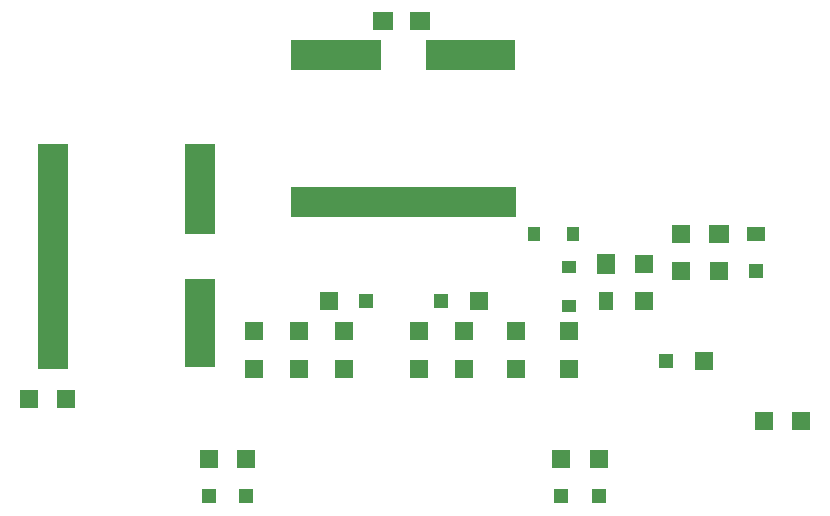
<source format=gtp>
*%FSLAX24Y24*%
*%MOIN*%
G01*
%ADD11C,0.0000*%
%ADD12C,0.0040*%
%ADD13C,0.0050*%
%ADD14C,0.0060*%
%ADD15C,0.0073*%
%ADD16C,0.0080*%
%ADD17C,0.0100*%
%ADD18C,0.0120*%
%ADD19C,0.0160*%
%ADD20C,0.0200*%
%ADD21C,0.0200*%
%ADD22C,0.0240*%
%ADD23C,0.0250*%
%ADD24C,0.0300*%
%ADD25C,0.0320*%
%ADD26C,0.0340*%
%ADD27C,0.0360*%
%ADD28C,0.0394*%
%ADD29C,0.0400*%
%ADD30C,0.0434*%
%ADD31C,0.0480*%
%ADD32C,0.0500*%
%ADD33C,0.0520*%
%ADD34C,0.0560*%
%ADD35C,0.0620*%
%ADD36C,0.0650*%
%ADD37C,0.0660*%
%ADD38C,0.0670*%
%ADD39C,0.0680*%
%ADD40C,0.0700*%
%ADD41C,0.0740*%
%ADD42C,0.0827*%
%ADD43C,0.0850*%
%ADD44C,0.0870*%
%ADD45C,0.1000*%
%ADD46C,0.1040*%
%ADD47C,0.1250*%
%ADD48C,0.1600*%
%ADD49C,0.1640*%
%ADD50C,0.2250*%
%ADD51R,0.0400X0.0400*%
%ADD52R,0.0400X0.0500*%
%ADD53R,0.0440X0.0540*%
%ADD54R,0.0450X0.0300*%
%ADD55R,0.0500X0.0400*%
%ADD56R,0.0500X0.0500*%
%ADD57R,0.0500X0.0600*%
%ADD58R,0.0540X0.0440*%
%ADD59R,0.0600X0.0500*%
%ADD60R,0.0600X0.0600*%
%ADD61R,0.0600X0.0700*%
%ADD62R,0.0640X0.0640*%
%ADD63R,0.0640X0.0740*%
%ADD64R,0.0700X0.0600*%
%ADD65R,0.0700X0.0700*%
%ADD66R,0.0740X0.0640*%
%ADD67R,0.0740X0.0740*%
%ADD68R,0.1000X0.1000*%
%ADD69R,0.1000X0.1000*%
%ADD70R,0.1040X0.1040*%
D52*
X43820Y41620D02*
D03*
X45120D02*
D03*
D55*
X44970Y39220D02*
D03*
Y40520D02*
D03*
D56*
X39970Y37120D02*
D03*
Y38370D02*
D03*
X41470Y37120D02*
D03*
Y38370D02*
D03*
X43220Y37120D02*
D03*
Y38370D02*
D03*
X44970Y37120D02*
D03*
Y38370D02*
D03*
X47470Y40620D02*
D03*
Y39370D02*
D03*
X48720Y41620D02*
D03*
Y40370D02*
D03*
X49970D02*
D03*
X51220D02*
D03*
X51470Y35370D02*
D03*
X52720D02*
D03*
X45970Y34120D02*
D03*
Y32870D02*
D03*
X44720Y34120D02*
D03*
Y32870D02*
D03*
X41970Y39370D02*
D03*
X40720D02*
D03*
X36970D02*
D03*
X38220D02*
D03*
X37470Y37120D02*
D03*
Y38370D02*
D03*
X48220Y37370D02*
D03*
X49470D02*
D03*
X28220Y36120D02*
D03*
X26970D02*
D03*
X32970Y34120D02*
D03*
Y32870D02*
D03*
X34220Y34120D02*
D03*
Y32870D02*
D03*
X35970Y37120D02*
D03*
Y38370D02*
D03*
X34470Y37120D02*
D03*
Y38370D02*
D03*
D57*
X46220Y40620D02*
D03*
Y39370D02*
D03*
D59*
X38770Y48720D02*
D03*
X40020D02*
D03*
X49970Y41620D02*
D03*
X51220D02*
D03*
D60*
X39970Y38370D02*
D03*
Y37120D02*
D03*
X41470Y38370D02*
D03*
Y37120D02*
D03*
X43220Y38370D02*
D03*
Y37120D02*
D03*
X44970Y38370D02*
D03*
Y37120D02*
D03*
X47470Y39370D02*
D03*
Y40620D02*
D03*
X48720Y40370D02*
D03*
Y41620D02*
D03*
X49970Y40370D02*
D03*
X52720Y35370D02*
D03*
X51470D02*
D03*
X45970Y34120D02*
D03*
X44720D02*
D03*
X41970Y39370D02*
D03*
X36970D02*
D03*
X37470Y38370D02*
D03*
Y37120D02*
D03*
X49470Y37370D02*
D03*
X26970Y36120D02*
D03*
X28220D02*
D03*
X32970Y34120D02*
D03*
X34220D02*
D03*
X35970Y38370D02*
D03*
Y37120D02*
D03*
X34470Y38370D02*
D03*
Y37120D02*
D03*
D61*
X46220Y40620D02*
D03*
D64*
X38770Y48720D02*
D03*
X40020D02*
D03*
X49970Y41620D02*
D03*
D69*
X42670Y47570D02*
X40720D01*
X38220D02*
X36220D01*
Y42670D02*
X38970D01*
X39970D02*
X42720D01*
X32670Y39620D02*
Y37670D01*
Y42120D02*
Y44120D01*
X27770D02*
Y41370D01*
Y40370D02*
Y37620D01*
D02*
M02*

</source>
